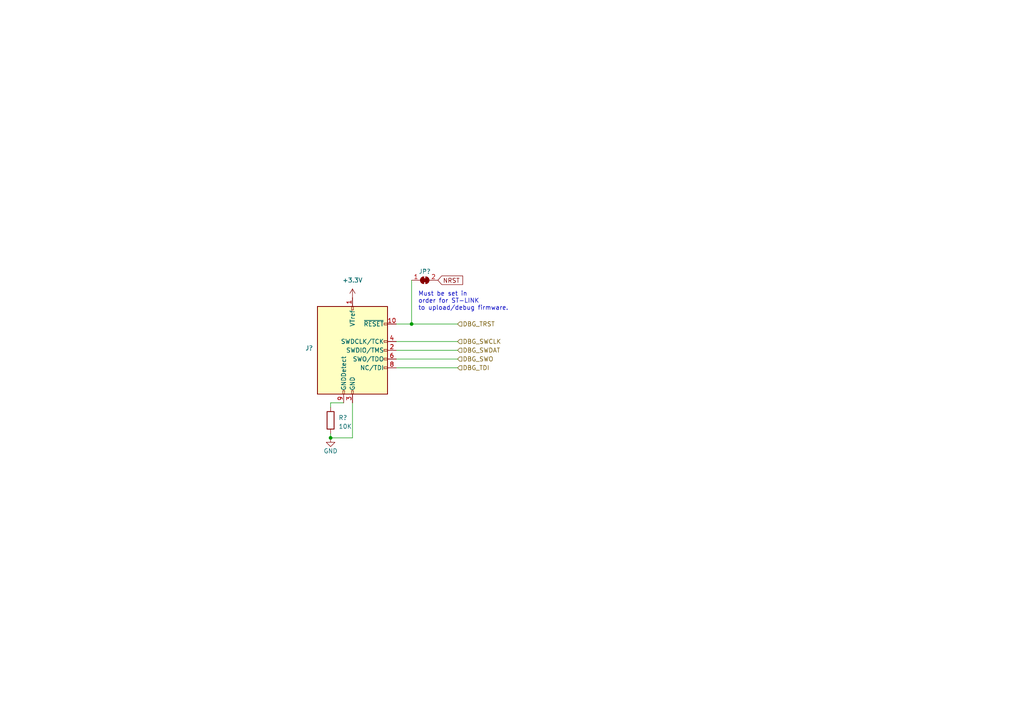
<source format=kicad_sch>
(kicad_sch (version 20230121) (generator eeschema)
  (paper "A4")
  (lib_symbols
    (symbol "Connector:Conn_ARM_JTAG_SWD_10" (pin_names (offset 1.016))
      (property "Reference" "J" (at -2.54 16.51 0))
      (property "Value" "Conn_ARM_JTAG_SWD_10" (at -2.54 13.97 0))
      (symbol "Conn_ARM_JTAG_SWD_10_0_1"
        (rectangle (start -10.16 12.7) (end 10.16 -12.7) (stroke (width 0.254)) (fill (type background)))
        (rectangle (start -2.794 -12.7) (end -2.286 -11.684))
        (rectangle (start -0.254 -12.7) (end 0.254 -11.684))
        (rectangle (start -0.254 12.7) (end 0.254 11.684))
        (rectangle (start 9.144 2.286) (end 10.16 2.794))
        (rectangle (start 10.16 -2.794) (end 9.144 -2.286))
        (rectangle (start 10.16 -0.254) (end 9.144 0.254))
        (rectangle (start 10.16 7.874) (end 9.144 7.366))
      )
      (symbol "Conn_ARM_JTAG_SWD_10_1_1"
        (rectangle (start 9.144 -5.334) (end 10.16 -4.826))
        (pin power_in line (at 0 15.24 270) (length 2.54) (name "VTref") (number "1"))
        (pin open_collector line (at 12.7 7.62 180) (length 2.54) (name "~{RESET}") (number "10"))
        (pin bidirectional line (at 12.7 0 180) (length 2.54) (name "SWDIO/TMS") (number "2"))
        (pin power_in line (at 0 -15.24 90) (length 2.54) (name "GND") (number "3"))
        (pin output line (at 12.7 2.54 180) (length 2.54) (name "SWDCLK/TCK") (number "4"))
        (pin passive line (at 0 -15.24 90) (length 2.54) hide (name "GND") (number "5"))
        (pin input line (at 12.7 -2.54 180) (length 2.54) (name "SWO/TDO") (number "6"))
        (pin no_connect line (at -10.16 0 0) (length 2.54) hide (name "KEY") (number "7"))
        (pin output line (at 12.7 -5.08 180) (length 2.54) (name "NC/TDI") (number "8"))
        (pin passive line (at -2.54 -15.24 90) (length 2.54) (name "GNDDetect") (number "9"))
      )
    )
    (symbol "Device:R" (pin_numbers hide) (pin_names (offset 0))
      (property "Reference" "R" (at 2.032 0 90))
      (property "Value" "R" (at 0 0 90))
      (symbol "R_0_1"
        (rectangle (start -1.016 -2.54) (end 1.016 2.54) (stroke (width 0.254)))
      )
      (symbol "R_1_1"
        (pin passive line (at 0 3.81 270) (length 1.27) (name "~") (number "1"))
        (pin passive line (at 0 -3.81 90) (length 1.27) (name "~") (number "2"))
      )
    )
    (symbol "Jumper:SolderJumper_2_Bridged" (pin_names (offset 0) hide)
      (property "Reference" "JP" (at 0 2.032 0))
      (property "Value" "SolderJumper_2_Bridged" (at 0 -2.54 0))
      (symbol "SolderJumper_2_Bridged_0_1"
        (rectangle (start -0.508 0.508) (end 0.508 -0.508) (fill (type outline)))
        (arc (start -0.254 1.016) (mid -1.2656 0) (end -0.254 -1.016))
        (arc (start -0.254 1.016) (mid -1.2656 0) (end -0.254 -1.016) (fill (type outline)))
        (polyline (pts (xy -0.254 1.016) (xy -0.254 -1.016)))
        (polyline (pts (xy 0.254 1.016) (xy 0.254 -1.016)))
        (arc (start 0.254 -1.016) (mid 1.2656 0) (end 0.254 1.016))
        (arc (start 0.254 -1.016) (mid 1.2656 0) (end 0.254 1.016) (fill (type outline)))
      )
      (symbol "SolderJumper_2_Bridged_1_1"
        (pin passive line (at -3.81 0 0) (length 2.54) (name "A") (number "1"))
        (pin passive line (at 3.81 0 180) (length 2.54) (name "B") (number "2"))
      )
    )
    (symbol "power:+3.3V" (power) (pin_names (offset 0))
      (property "Value" "+3.3V" (at 0 3.556 0))
      (symbol "+3.3V_0_1"
        (polyline (pts (xy -0.762 1.27) (xy 0 2.54)))
        (polyline (pts (xy 0 0) (xy 0 2.54)))
        (polyline (pts (xy 0 2.54) (xy 0.762 1.27)))
      )
      (symbol "+3.3V_1_1"
        (pin power_in line (at 0 0 90) (length 0) hide (name "+3.3V") (number "1"))
      )
    )
    (symbol "power:GND" (power) (pin_names (offset 0))
      (property "Value" "GND" (at 0 -3.81 0))
      (symbol "GND_0_1"
        (polyline (pts (xy 0 0) (xy 0 -1.27) (xy 1.27 -1.27) (xy 0 -2.54) (xy -1.27 -1.27) (xy 0 -1.27)))
      )
      (symbol "GND_1_1"
        (pin power_in line (at 0 0 270) (length 0) hide (name "GND") (number "1"))
      )
    )
  )
  (junction (at 119.38 93.98))
  (junction (at 95.885 127))
  (wire (pts (xy 99.695 116.84) (xy 95.885 116.84)))
  (wire (pts (xy 102.235 127) (xy 102.235 116.84)))
  (wire (pts (xy 95.885 116.84) (xy 95.885 118.11)))
  (wire (pts (xy 95.885 125.73) (xy 95.885 127)))
  (wire (pts (xy 114.935 106.68) (xy 132.715 106.68)))
  (wire (pts (xy 114.935 104.14) (xy 132.715 104.14)))
  (wire (pts (xy 114.935 101.6) (xy 132.715 101.6)))
  (wire (pts (xy 114.935 99.06) (xy 132.715 99.06)))
  (wire (pts (xy 114.935 93.98) (xy 119.38 93.98)))
  (wire (pts (xy 95.885 127) (xy 102.235 127)))
  (wire (pts (xy 119.38 93.98) (xy 132.715 93.98)))
  (wire (pts (xy 119.38 81.28) (xy 119.38 93.98)))
  (text "Must be set in \norder for ST-LINK \nto upload/debug firmware." (at 121.285 90.17 0) (effects (font (size 1.27 1.27)) (justify left bottom)))
  (global_label "NRST" (shape input) (at 127 81.28 0) (property "Intersheetrefs" "${INTERSHEET_REFS}" (effects hide)))
  (hierarchical_label "DBG_SWDAT" (shape input) (at 132.715 101.6 0))
  (hierarchical_label "DBG_TRST" (shape input) (at 132.715 93.98 0))
  (hierarchical_label "DBG_SWO" (shape input) (at 132.715 104.14 0))
  (hierarchical_label "DBG_SWCLK" (shape input) (at 132.715 99.06 0))
  (hierarchical_label "DBG_TDI" (shape input) (at 132.715 106.68 0))
  (symbol (lib_id "power:+3.3V") (at 102.235 86.36 0) (unit 1)
    (property "Reference" "#PWR?" (effects hide))
    (property "Value" "+3.3V" (at 102.235 81.28 0))
    (instances (project "phenobottle" (path "" (reference "#PWR?") (unit 1)) (path "" (reference "#PWR05") (unit 1))) (project "excite" (path "" (reference "#PWR045") (unit 1))) (project "u-nit" (path "" (reference "#PWR02") (unit 1))))
  )
  (symbol (lib_id "Jumper:SolderJumper_2_Bridged") (at 123.19 81.28 0) (unit 1)
    (property "Reference" "JP?" (at 123.19 78.74 0))
    (property "Value" "~" (at 123.19 78.105 0))
    (property "Footprint" "Jumper:SolderJumper-2_P1.3mm_Bridged_Pad1.0x1.5mm" (effects hide))
    (instances (project "phenobottle" (path "" (reference "JP?") (unit 1)) (path "" (reference "JP?") (unit 1))) (project "excite" (path "" (reference "JP2") (unit 1))) (project "u-nit" (path "" (reference "JP1") (unit 1))))
  )
  (symbol (lib_id "power:GND") (at 95.885 127 0) (unit 1)
    (property "Reference" "#PWR?" (effects hide))
    (property "Value" "GND" (at 95.885 130.81 0))
    (instances (project "phenobottle" (path "" (reference "#PWR?") (unit 1)) (path "" (reference "#PWR04") (unit 1))) (project "excite" (path "" (reference "#PWR044") (unit 1))) (project "u-nit" (path "" (reference "#PWR01") (unit 1))) (project "blackbox" (path "" (reference "#PWR02") (unit 1))))
  )
  (symbol (lib_id "Connector:Conn_ARM_JTAG_SWD_10") (at 102.235 101.6 0) (unit 1)
    (property "Reference" "J?" (at 90.805 100.965 0) (effects (justify right)))
    (property "Value" "Conn_ARM_JTAG_SWD_10" (effects hide))
    (property "Footprint" "Connector_PinHeader_1.27mm:PinHeader_2x05_P1.27mm_Vertical" (effects hide))
    (property "Datasheet" "http://infocenter.arm.com/help/topic/com.arm.doc.ddi0314h/DDI0314H_coresight_components_trm.pdf" (effects hide))
    (property "Part" "GRPB052VWVN-RC" (effects hide))
    (instances (project "phenobottle" (path "" (reference "J?") (unit 1)) (path "" (reference "J?") (unit 1))) (project "excite" (path "" (reference "J5") (unit 1))) (project "u-nit" (path "" (reference "J3") (unit 1))) (project "blackbox" (path "" (reference "J1") (unit 1))))
  )
  (symbol (lib_id "Device:R") (at 95.885 121.92 0) (unit 1)
    (property "Reference" "R?" (at 98.171 121.158 0) (effects (justify left)))
    (property "Value" "10K" (at 98.171 123.698 0) (effects (justify left)))
    (property "Footprint" "Resistor_SMD:R_0805_2012Metric" (effects hide))
    (instances (project "phenobottle" (path "" (reference "R?") (unit 1)) (path "" (reference "R?") (unit 1))) (project "excite" (path "" (reference "R9") (unit 1))) (project "u-nit" (path "" (reference "R1") (unit 1))) (project "blackbox" (path "" (reference "R1") (unit 1))))
  )
)
</source>
